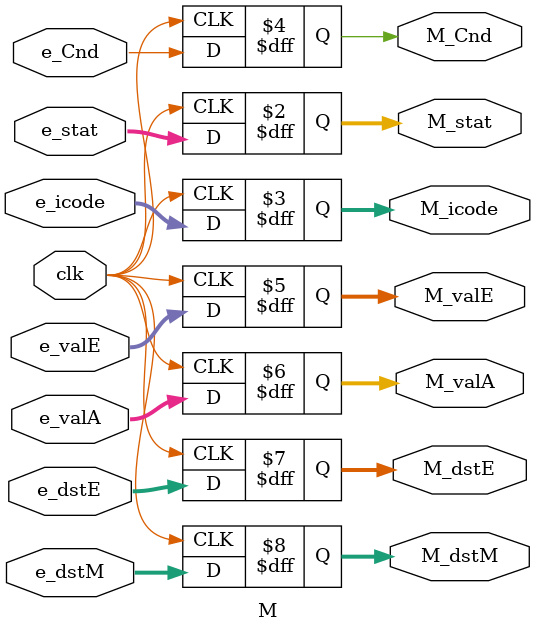
<source format=v>
module M(input clk,input [1:0] e_stat,input [3:0] e_icode,input e_Cnd,input [63:0] e_valE,input [63:0] e_valA,input [3:0] e_dstE,input [3:0] e_dstM,
output reg [1:0] M_stat,output reg [3:0] M_icode,output reg  M_Cnd,output reg [63:0] M_valE,output reg [63:0] M_valA,output reg [3:0] M_dstE,
output reg [3:0] M_dstM);
   always @(posedge clk) begin
    M_stat=e_stat;
    M_icode=e_icode;
    M_Cnd=e_Cnd;
    M_valE=e_valE;
    M_valA=e_valA;
    M_dstE=e_dstE;
    M_dstM=e_dstM;
   end

endmodule
</source>
